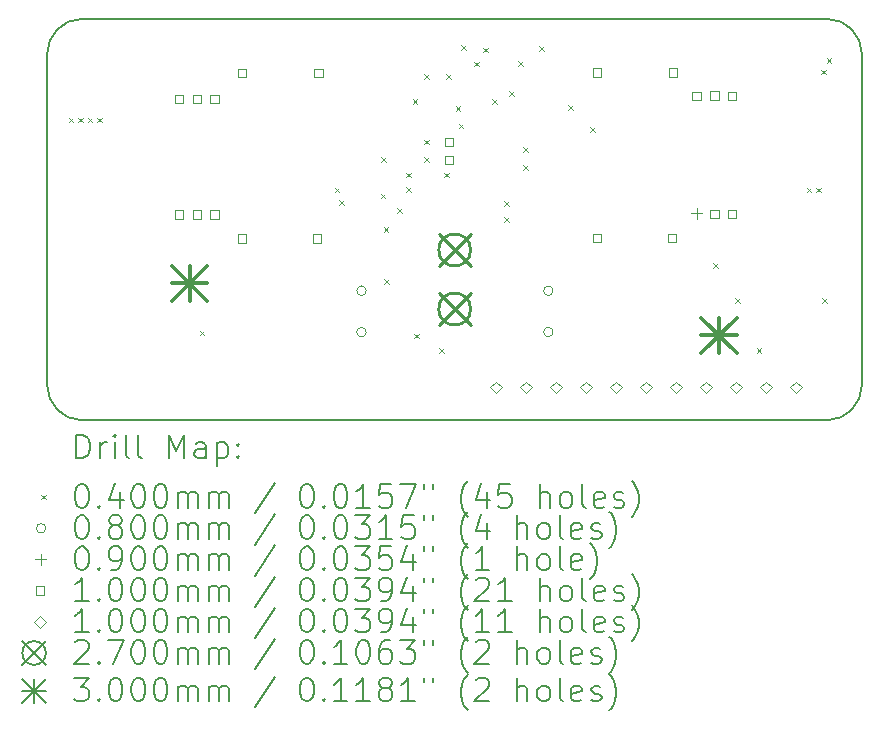
<source format=gbr>
%FSLAX45Y45*%
G04 Gerber Fmt 4.5, Leading zero omitted, Abs format (unit mm)*
G04 Created by KiCad (PCBNEW (6.0.0-0)) date 2022-03-27 14:29:01*
%MOMM*%
%LPD*%
G01*
G04 APERTURE LIST*
%TA.AperFunction,Profile*%
%ADD10C,0.200000*%
%TD*%
%ADD11C,0.200000*%
%ADD12C,0.040000*%
%ADD13C,0.080000*%
%ADD14C,0.090000*%
%ADD15C,0.100000*%
%ADD16C,0.270000*%
%ADD17C,0.300000*%
G04 APERTURE END LIST*
D10*
X19598640Y-9598200D02*
X19598640Y-12398200D01*
X12698640Y-12398200D02*
X12698640Y-9598200D01*
X12998640Y-9298200D02*
X19298640Y-9298200D01*
X19598640Y-9598200D02*
G75*
G03*
X19298640Y-9298200I-300000J0D01*
G01*
X12998640Y-9298200D02*
G75*
G03*
X12698640Y-9598200I0J-300000D01*
G01*
X19298640Y-12698200D02*
G75*
G03*
X19598640Y-12398200I0J300000D01*
G01*
X12698640Y-12398200D02*
G75*
G03*
X12998640Y-12698200I300000J0D01*
G01*
X19298640Y-12698200D02*
X12998640Y-12698200D01*
D11*
D12*
X12880660Y-10134920D02*
X12920660Y-10174920D01*
X12920660Y-10134920D02*
X12880660Y-10174920D01*
X12961160Y-10135700D02*
X13001160Y-10175700D01*
X13001160Y-10135700D02*
X12961160Y-10175700D01*
X13042440Y-10135700D02*
X13082440Y-10175700D01*
X13082440Y-10135700D02*
X13042440Y-10175700D01*
X13121180Y-10135700D02*
X13161180Y-10175700D01*
X13161180Y-10135700D02*
X13121180Y-10175700D01*
X13990640Y-11938320D02*
X14030640Y-11978320D01*
X14030640Y-11938320D02*
X13990640Y-11978320D01*
X15133640Y-10729280D02*
X15173640Y-10769280D01*
X15173640Y-10729280D02*
X15133640Y-10769280D01*
X15170083Y-10836779D02*
X15210083Y-10876779D01*
X15210083Y-10836779D02*
X15170083Y-10876779D01*
X15522260Y-10780080D02*
X15562260Y-10820080D01*
X15562260Y-10780080D02*
X15522260Y-10820080D01*
X15526416Y-10471524D02*
X15566416Y-10511524D01*
X15566416Y-10471524D02*
X15526416Y-10511524D01*
X15549289Y-11062931D02*
X15589289Y-11102931D01*
X15589289Y-11062931D02*
X15549289Y-11102931D01*
X15550200Y-11501440D02*
X15590200Y-11541440D01*
X15590200Y-11501440D02*
X15550200Y-11541440D01*
X15664500Y-10899460D02*
X15704500Y-10939460D01*
X15704500Y-10899460D02*
X15664500Y-10939460D01*
X15736590Y-10724200D02*
X15776590Y-10764200D01*
X15776590Y-10724200D02*
X15736590Y-10764200D01*
X15740700Y-10602280D02*
X15780700Y-10642280D01*
X15780700Y-10602280D02*
X15740700Y-10642280D01*
X15795140Y-9980000D02*
X15835140Y-10020000D01*
X15835140Y-9980000D02*
X15795140Y-10020000D01*
X15809280Y-11963720D02*
X15849280Y-12003720D01*
X15849280Y-11963720D02*
X15809280Y-12003720D01*
X15890560Y-10322880D02*
X15930560Y-10362880D01*
X15930560Y-10322880D02*
X15890560Y-10362880D01*
X15890560Y-10472740D02*
X15930560Y-10512740D01*
X15930560Y-10472740D02*
X15890560Y-10512740D01*
X15892040Y-9767500D02*
X15932040Y-9807500D01*
X15932040Y-9767500D02*
X15892040Y-9807500D01*
X16017560Y-12085640D02*
X16057560Y-12125640D01*
X16057560Y-12085640D02*
X16017560Y-12125640D01*
X16058200Y-10602280D02*
X16098200Y-10642280D01*
X16098200Y-10602280D02*
X16058200Y-10642280D01*
X16079410Y-9767355D02*
X16119410Y-9807355D01*
X16119410Y-9767355D02*
X16079410Y-9807355D01*
X16158110Y-10036290D02*
X16198110Y-10076290D01*
X16198110Y-10036290D02*
X16158110Y-10076290D01*
X16182660Y-10185720D02*
X16222660Y-10225720D01*
X16222660Y-10185720D02*
X16182660Y-10225720D01*
X16205940Y-9519999D02*
X16245940Y-9559999D01*
X16245940Y-9519999D02*
X16205940Y-9559999D01*
X16317700Y-9662480D02*
X16357700Y-9702480D01*
X16357700Y-9662480D02*
X16317700Y-9702480D01*
X16388649Y-9543569D02*
X16428649Y-9583569D01*
X16428649Y-9543569D02*
X16388649Y-9583569D01*
X16467540Y-9980000D02*
X16507540Y-10020000D01*
X16507540Y-9980000D02*
X16467540Y-10020000D01*
X16567540Y-10840000D02*
X16607540Y-10880000D01*
X16607540Y-10840000D02*
X16567540Y-10880000D01*
X16568540Y-10979000D02*
X16608540Y-11019000D01*
X16608540Y-10979000D02*
X16568540Y-11019000D01*
X16612340Y-9911400D02*
X16652340Y-9951400D01*
X16652340Y-9911400D02*
X16612340Y-9951400D01*
X16688540Y-9657400D02*
X16728540Y-9697400D01*
X16728540Y-9657400D02*
X16688540Y-9697400D01*
X16727963Y-10382624D02*
X16767963Y-10422624D01*
X16767963Y-10382624D02*
X16727963Y-10422624D01*
X16729804Y-10535024D02*
X16769804Y-10575024D01*
X16769804Y-10535024D02*
X16729804Y-10575024D01*
X16866340Y-9530400D02*
X16906340Y-9570400D01*
X16906340Y-9530400D02*
X16866340Y-9570400D01*
X17108540Y-10032640D02*
X17148540Y-10072640D01*
X17148540Y-10032640D02*
X17108540Y-10072640D01*
X17299588Y-10217648D02*
X17339588Y-10257648D01*
X17339588Y-10217648D02*
X17299588Y-10257648D01*
X18336458Y-11366320D02*
X18376458Y-11406320D01*
X18376458Y-11366320D02*
X18336458Y-11406320D01*
X18522000Y-11664000D02*
X18562000Y-11704000D01*
X18562000Y-11664000D02*
X18522000Y-11704000D01*
X18707420Y-12085640D02*
X18747420Y-12125640D01*
X18747420Y-12085640D02*
X18707420Y-12125640D01*
X19129060Y-10729280D02*
X19169060Y-10769280D01*
X19169060Y-10729280D02*
X19129060Y-10769280D01*
X19210340Y-10729280D02*
X19250340Y-10769280D01*
X19250340Y-10729280D02*
X19210340Y-10769280D01*
X19252004Y-9730036D02*
X19292004Y-9770036D01*
X19292004Y-9730036D02*
X19252004Y-9770036D01*
X19263680Y-11664000D02*
X19303680Y-11704000D01*
X19303680Y-11664000D02*
X19263680Y-11704000D01*
X19300187Y-9633481D02*
X19340187Y-9673481D01*
X19340187Y-9633481D02*
X19300187Y-9673481D01*
D13*
X15400942Y-11600865D02*
G75*
G03*
X15400942Y-11600865I-40000J0D01*
G01*
X15400942Y-11950865D02*
G75*
G03*
X15400942Y-11950865I-40000J0D01*
G01*
X16983100Y-11600865D02*
G75*
G03*
X16983100Y-11600865I-40000J0D01*
G01*
X16983100Y-11950865D02*
G75*
G03*
X16983100Y-11950865I-40000J0D01*
G01*
D14*
X18197500Y-10902220D02*
X18197500Y-10992220D01*
X18152500Y-10947220D02*
X18242500Y-10947220D01*
D15*
X13851956Y-10012096D02*
X13851956Y-9941384D01*
X13781244Y-9941384D01*
X13781244Y-10012096D01*
X13851956Y-10012096D01*
X13851956Y-10990076D02*
X13851956Y-10919364D01*
X13781244Y-10919364D01*
X13781244Y-10990076D01*
X13851956Y-10990076D01*
X14001956Y-10012096D02*
X14001956Y-9941384D01*
X13931244Y-9941384D01*
X13931244Y-10012096D01*
X14001956Y-10012096D01*
X14001956Y-10990076D02*
X14001956Y-10919364D01*
X13931244Y-10919364D01*
X13931244Y-10990076D01*
X14001956Y-10990076D01*
X14151956Y-10012096D02*
X14151956Y-9941384D01*
X14081244Y-9941384D01*
X14081244Y-10012096D01*
X14151956Y-10012096D01*
X14151956Y-10990076D02*
X14151956Y-10919364D01*
X14081244Y-10919364D01*
X14081244Y-10990076D01*
X14151956Y-10990076D01*
X14385845Y-9793526D02*
X14385845Y-9722814D01*
X14315134Y-9722814D01*
X14315134Y-9793526D01*
X14385845Y-9793526D01*
X14385845Y-11195605D02*
X14385845Y-11124894D01*
X14315134Y-11124894D01*
X14315134Y-11195605D01*
X14385845Y-11195605D01*
X15021562Y-11193782D02*
X15021562Y-11123071D01*
X14950851Y-11123071D01*
X14950851Y-11193782D01*
X15021562Y-11193782D01*
X15031516Y-9794036D02*
X15031516Y-9723324D01*
X14960804Y-9723324D01*
X14960804Y-9794036D01*
X15031516Y-9794036D01*
X16138956Y-10378236D02*
X16138956Y-10307524D01*
X16068244Y-10307524D01*
X16068244Y-10378236D01*
X16138956Y-10378236D01*
X16138956Y-10528096D02*
X16138956Y-10457384D01*
X16068244Y-10457384D01*
X16068244Y-10528096D01*
X16138956Y-10528096D01*
X17390696Y-9787739D02*
X17390696Y-9717028D01*
X17319984Y-9717028D01*
X17319984Y-9787739D01*
X17390696Y-9787739D01*
X17390696Y-11189819D02*
X17390696Y-11119108D01*
X17319984Y-11119108D01*
X17319984Y-11189819D01*
X17390696Y-11189819D01*
X18026412Y-11187996D02*
X18026412Y-11117284D01*
X17955701Y-11117284D01*
X17955701Y-11187996D01*
X18026412Y-11187996D01*
X18036366Y-9788249D02*
X18036366Y-9717538D01*
X17965655Y-9717538D01*
X17965655Y-9788249D01*
X18036366Y-9788249D01*
X18232856Y-9985076D02*
X18232856Y-9914364D01*
X18162144Y-9914364D01*
X18162144Y-9985076D01*
X18232856Y-9985076D01*
X18384116Y-9984936D02*
X18384116Y-9914224D01*
X18313404Y-9914224D01*
X18313404Y-9984936D01*
X18384116Y-9984936D01*
X18384116Y-10984936D02*
X18384116Y-10914224D01*
X18313404Y-10914224D01*
X18313404Y-10984936D01*
X18384116Y-10984936D01*
X18535356Y-9985076D02*
X18535356Y-9914364D01*
X18464644Y-9914364D01*
X18464644Y-9985076D01*
X18535356Y-9985076D01*
X18535356Y-10985076D02*
X18535356Y-10914364D01*
X18464644Y-10914364D01*
X18464644Y-10985076D01*
X18535356Y-10985076D01*
X16503020Y-12470000D02*
X16553020Y-12420000D01*
X16503020Y-12370000D01*
X16453020Y-12420000D01*
X16503020Y-12470000D01*
X16757020Y-12470000D02*
X16807020Y-12420000D01*
X16757020Y-12370000D01*
X16707020Y-12420000D01*
X16757020Y-12470000D01*
X17011020Y-12470000D02*
X17061020Y-12420000D01*
X17011020Y-12370000D01*
X16961020Y-12420000D01*
X17011020Y-12470000D01*
X17265020Y-12470000D02*
X17315020Y-12420000D01*
X17265020Y-12370000D01*
X17215020Y-12420000D01*
X17265020Y-12470000D01*
X17519020Y-12470000D02*
X17569020Y-12420000D01*
X17519020Y-12370000D01*
X17469020Y-12420000D01*
X17519020Y-12470000D01*
X17773020Y-12470000D02*
X17823020Y-12420000D01*
X17773020Y-12370000D01*
X17723020Y-12420000D01*
X17773020Y-12470000D01*
X18027020Y-12470000D02*
X18077020Y-12420000D01*
X18027020Y-12370000D01*
X17977020Y-12420000D01*
X18027020Y-12470000D01*
X18281020Y-12470000D02*
X18331020Y-12420000D01*
X18281020Y-12370000D01*
X18231020Y-12420000D01*
X18281020Y-12470000D01*
X18535020Y-12470000D02*
X18585020Y-12420000D01*
X18535020Y-12370000D01*
X18485020Y-12420000D01*
X18535020Y-12470000D01*
X18789020Y-12470000D02*
X18839020Y-12420000D01*
X18789020Y-12370000D01*
X18739020Y-12420000D01*
X18789020Y-12470000D01*
X19043020Y-12470000D02*
X19093020Y-12420000D01*
X19043020Y-12370000D01*
X18993020Y-12420000D01*
X19043020Y-12470000D01*
D16*
X16014740Y-11121200D02*
X16284740Y-11391200D01*
X16284740Y-11121200D02*
X16014740Y-11391200D01*
X16284740Y-11256200D02*
G75*
G03*
X16284740Y-11256200I-135000J0D01*
G01*
X16014740Y-11621200D02*
X16284740Y-11891200D01*
X16284740Y-11621200D02*
X16014740Y-11891200D01*
X16284740Y-11756200D02*
G75*
G03*
X16284740Y-11756200I-135000J0D01*
G01*
D17*
X13755140Y-11387723D02*
X14055140Y-11687723D01*
X14055140Y-11387723D02*
X13755140Y-11687723D01*
X13905140Y-11387723D02*
X13905140Y-11687723D01*
X13755140Y-11537723D02*
X14055140Y-11537723D01*
X18237540Y-11830000D02*
X18537540Y-12130000D01*
X18537540Y-11830000D02*
X18237540Y-12130000D01*
X18387540Y-11830000D02*
X18387540Y-12130000D01*
X18237540Y-11980000D02*
X18537540Y-11980000D01*
D11*
X12946259Y-13018676D02*
X12946259Y-12818676D01*
X12993878Y-12818676D01*
X13022449Y-12828200D01*
X13041497Y-12847248D01*
X13051021Y-12866295D01*
X13060545Y-12904390D01*
X13060545Y-12932962D01*
X13051021Y-12971057D01*
X13041497Y-12990105D01*
X13022449Y-13009152D01*
X12993878Y-13018676D01*
X12946259Y-13018676D01*
X13146259Y-13018676D02*
X13146259Y-12885343D01*
X13146259Y-12923438D02*
X13155783Y-12904390D01*
X13165307Y-12894867D01*
X13184354Y-12885343D01*
X13203402Y-12885343D01*
X13270068Y-13018676D02*
X13270068Y-12885343D01*
X13270068Y-12818676D02*
X13260545Y-12828200D01*
X13270068Y-12837724D01*
X13279592Y-12828200D01*
X13270068Y-12818676D01*
X13270068Y-12837724D01*
X13393878Y-13018676D02*
X13374830Y-13009152D01*
X13365307Y-12990105D01*
X13365307Y-12818676D01*
X13498640Y-13018676D02*
X13479592Y-13009152D01*
X13470068Y-12990105D01*
X13470068Y-12818676D01*
X13727211Y-13018676D02*
X13727211Y-12818676D01*
X13793878Y-12961533D01*
X13860545Y-12818676D01*
X13860545Y-13018676D01*
X14041497Y-13018676D02*
X14041497Y-12913914D01*
X14031973Y-12894867D01*
X14012926Y-12885343D01*
X13974830Y-12885343D01*
X13955783Y-12894867D01*
X14041497Y-13009152D02*
X14022449Y-13018676D01*
X13974830Y-13018676D01*
X13955783Y-13009152D01*
X13946259Y-12990105D01*
X13946259Y-12971057D01*
X13955783Y-12952009D01*
X13974830Y-12942486D01*
X14022449Y-12942486D01*
X14041497Y-12932962D01*
X14136735Y-12885343D02*
X14136735Y-13085343D01*
X14136735Y-12894867D02*
X14155783Y-12885343D01*
X14193878Y-12885343D01*
X14212926Y-12894867D01*
X14222449Y-12904390D01*
X14231973Y-12923438D01*
X14231973Y-12980581D01*
X14222449Y-12999628D01*
X14212926Y-13009152D01*
X14193878Y-13018676D01*
X14155783Y-13018676D01*
X14136735Y-13009152D01*
X14317688Y-12999628D02*
X14327211Y-13009152D01*
X14317688Y-13018676D01*
X14308164Y-13009152D01*
X14317688Y-12999628D01*
X14317688Y-13018676D01*
X14317688Y-12894867D02*
X14327211Y-12904390D01*
X14317688Y-12913914D01*
X14308164Y-12904390D01*
X14317688Y-12894867D01*
X14317688Y-12913914D01*
D12*
X12648640Y-13328200D02*
X12688640Y-13368200D01*
X12688640Y-13328200D02*
X12648640Y-13368200D01*
D11*
X12984354Y-13238676D02*
X13003402Y-13238676D01*
X13022449Y-13248200D01*
X13031973Y-13257724D01*
X13041497Y-13276771D01*
X13051021Y-13314867D01*
X13051021Y-13362486D01*
X13041497Y-13400581D01*
X13031973Y-13419628D01*
X13022449Y-13429152D01*
X13003402Y-13438676D01*
X12984354Y-13438676D01*
X12965307Y-13429152D01*
X12955783Y-13419628D01*
X12946259Y-13400581D01*
X12936735Y-13362486D01*
X12936735Y-13314867D01*
X12946259Y-13276771D01*
X12955783Y-13257724D01*
X12965307Y-13248200D01*
X12984354Y-13238676D01*
X13136735Y-13419628D02*
X13146259Y-13429152D01*
X13136735Y-13438676D01*
X13127211Y-13429152D01*
X13136735Y-13419628D01*
X13136735Y-13438676D01*
X13317688Y-13305343D02*
X13317688Y-13438676D01*
X13270068Y-13229152D02*
X13222449Y-13372009D01*
X13346259Y-13372009D01*
X13460545Y-13238676D02*
X13479592Y-13238676D01*
X13498640Y-13248200D01*
X13508164Y-13257724D01*
X13517688Y-13276771D01*
X13527211Y-13314867D01*
X13527211Y-13362486D01*
X13517688Y-13400581D01*
X13508164Y-13419628D01*
X13498640Y-13429152D01*
X13479592Y-13438676D01*
X13460545Y-13438676D01*
X13441497Y-13429152D01*
X13431973Y-13419628D01*
X13422449Y-13400581D01*
X13412926Y-13362486D01*
X13412926Y-13314867D01*
X13422449Y-13276771D01*
X13431973Y-13257724D01*
X13441497Y-13248200D01*
X13460545Y-13238676D01*
X13651021Y-13238676D02*
X13670068Y-13238676D01*
X13689116Y-13248200D01*
X13698640Y-13257724D01*
X13708164Y-13276771D01*
X13717688Y-13314867D01*
X13717688Y-13362486D01*
X13708164Y-13400581D01*
X13698640Y-13419628D01*
X13689116Y-13429152D01*
X13670068Y-13438676D01*
X13651021Y-13438676D01*
X13631973Y-13429152D01*
X13622449Y-13419628D01*
X13612926Y-13400581D01*
X13603402Y-13362486D01*
X13603402Y-13314867D01*
X13612926Y-13276771D01*
X13622449Y-13257724D01*
X13631973Y-13248200D01*
X13651021Y-13238676D01*
X13803402Y-13438676D02*
X13803402Y-13305343D01*
X13803402Y-13324390D02*
X13812926Y-13314867D01*
X13831973Y-13305343D01*
X13860545Y-13305343D01*
X13879592Y-13314867D01*
X13889116Y-13333914D01*
X13889116Y-13438676D01*
X13889116Y-13333914D02*
X13898640Y-13314867D01*
X13917688Y-13305343D01*
X13946259Y-13305343D01*
X13965307Y-13314867D01*
X13974830Y-13333914D01*
X13974830Y-13438676D01*
X14070068Y-13438676D02*
X14070068Y-13305343D01*
X14070068Y-13324390D02*
X14079592Y-13314867D01*
X14098640Y-13305343D01*
X14127211Y-13305343D01*
X14146259Y-13314867D01*
X14155783Y-13333914D01*
X14155783Y-13438676D01*
X14155783Y-13333914D02*
X14165307Y-13314867D01*
X14184354Y-13305343D01*
X14212926Y-13305343D01*
X14231973Y-13314867D01*
X14241497Y-13333914D01*
X14241497Y-13438676D01*
X14631973Y-13229152D02*
X14460545Y-13486295D01*
X14889116Y-13238676D02*
X14908164Y-13238676D01*
X14927211Y-13248200D01*
X14936735Y-13257724D01*
X14946259Y-13276771D01*
X14955783Y-13314867D01*
X14955783Y-13362486D01*
X14946259Y-13400581D01*
X14936735Y-13419628D01*
X14927211Y-13429152D01*
X14908164Y-13438676D01*
X14889116Y-13438676D01*
X14870068Y-13429152D01*
X14860545Y-13419628D01*
X14851021Y-13400581D01*
X14841497Y-13362486D01*
X14841497Y-13314867D01*
X14851021Y-13276771D01*
X14860545Y-13257724D01*
X14870068Y-13248200D01*
X14889116Y-13238676D01*
X15041497Y-13419628D02*
X15051021Y-13429152D01*
X15041497Y-13438676D01*
X15031973Y-13429152D01*
X15041497Y-13419628D01*
X15041497Y-13438676D01*
X15174830Y-13238676D02*
X15193878Y-13238676D01*
X15212926Y-13248200D01*
X15222449Y-13257724D01*
X15231973Y-13276771D01*
X15241497Y-13314867D01*
X15241497Y-13362486D01*
X15231973Y-13400581D01*
X15222449Y-13419628D01*
X15212926Y-13429152D01*
X15193878Y-13438676D01*
X15174830Y-13438676D01*
X15155783Y-13429152D01*
X15146259Y-13419628D01*
X15136735Y-13400581D01*
X15127211Y-13362486D01*
X15127211Y-13314867D01*
X15136735Y-13276771D01*
X15146259Y-13257724D01*
X15155783Y-13248200D01*
X15174830Y-13238676D01*
X15431973Y-13438676D02*
X15317688Y-13438676D01*
X15374830Y-13438676D02*
X15374830Y-13238676D01*
X15355783Y-13267248D01*
X15336735Y-13286295D01*
X15317688Y-13295819D01*
X15612926Y-13238676D02*
X15517688Y-13238676D01*
X15508164Y-13333914D01*
X15517688Y-13324390D01*
X15536735Y-13314867D01*
X15584354Y-13314867D01*
X15603402Y-13324390D01*
X15612926Y-13333914D01*
X15622449Y-13352962D01*
X15622449Y-13400581D01*
X15612926Y-13419628D01*
X15603402Y-13429152D01*
X15584354Y-13438676D01*
X15536735Y-13438676D01*
X15517688Y-13429152D01*
X15508164Y-13419628D01*
X15689116Y-13238676D02*
X15822449Y-13238676D01*
X15736735Y-13438676D01*
X15889116Y-13238676D02*
X15889116Y-13276771D01*
X15965307Y-13238676D02*
X15965307Y-13276771D01*
X16260545Y-13514867D02*
X16251021Y-13505343D01*
X16231973Y-13476771D01*
X16222449Y-13457724D01*
X16212926Y-13429152D01*
X16203402Y-13381533D01*
X16203402Y-13343438D01*
X16212926Y-13295819D01*
X16222449Y-13267248D01*
X16231973Y-13248200D01*
X16251021Y-13219628D01*
X16260545Y-13210105D01*
X16422449Y-13305343D02*
X16422449Y-13438676D01*
X16374830Y-13229152D02*
X16327211Y-13372009D01*
X16451021Y-13372009D01*
X16622449Y-13238676D02*
X16527211Y-13238676D01*
X16517688Y-13333914D01*
X16527211Y-13324390D01*
X16546259Y-13314867D01*
X16593878Y-13314867D01*
X16612926Y-13324390D01*
X16622449Y-13333914D01*
X16631973Y-13352962D01*
X16631973Y-13400581D01*
X16622449Y-13419628D01*
X16612926Y-13429152D01*
X16593878Y-13438676D01*
X16546259Y-13438676D01*
X16527211Y-13429152D01*
X16517688Y-13419628D01*
X16870069Y-13438676D02*
X16870069Y-13238676D01*
X16955783Y-13438676D02*
X16955783Y-13333914D01*
X16946259Y-13314867D01*
X16927211Y-13305343D01*
X16898640Y-13305343D01*
X16879592Y-13314867D01*
X16870069Y-13324390D01*
X17079592Y-13438676D02*
X17060545Y-13429152D01*
X17051021Y-13419628D01*
X17041497Y-13400581D01*
X17041497Y-13343438D01*
X17051021Y-13324390D01*
X17060545Y-13314867D01*
X17079592Y-13305343D01*
X17108164Y-13305343D01*
X17127211Y-13314867D01*
X17136735Y-13324390D01*
X17146259Y-13343438D01*
X17146259Y-13400581D01*
X17136735Y-13419628D01*
X17127211Y-13429152D01*
X17108164Y-13438676D01*
X17079592Y-13438676D01*
X17260545Y-13438676D02*
X17241497Y-13429152D01*
X17231973Y-13410105D01*
X17231973Y-13238676D01*
X17412926Y-13429152D02*
X17393878Y-13438676D01*
X17355783Y-13438676D01*
X17336735Y-13429152D01*
X17327211Y-13410105D01*
X17327211Y-13333914D01*
X17336735Y-13314867D01*
X17355783Y-13305343D01*
X17393878Y-13305343D01*
X17412926Y-13314867D01*
X17422450Y-13333914D01*
X17422450Y-13352962D01*
X17327211Y-13372009D01*
X17498640Y-13429152D02*
X17517688Y-13438676D01*
X17555783Y-13438676D01*
X17574830Y-13429152D01*
X17584354Y-13410105D01*
X17584354Y-13400581D01*
X17574830Y-13381533D01*
X17555783Y-13372009D01*
X17527211Y-13372009D01*
X17508164Y-13362486D01*
X17498640Y-13343438D01*
X17498640Y-13333914D01*
X17508164Y-13314867D01*
X17527211Y-13305343D01*
X17555783Y-13305343D01*
X17574830Y-13314867D01*
X17651021Y-13514867D02*
X17660545Y-13505343D01*
X17679592Y-13476771D01*
X17689116Y-13457724D01*
X17698640Y-13429152D01*
X17708164Y-13381533D01*
X17708164Y-13343438D01*
X17698640Y-13295819D01*
X17689116Y-13267248D01*
X17679592Y-13248200D01*
X17660545Y-13219628D01*
X17651021Y-13210105D01*
D13*
X12688640Y-13612200D02*
G75*
G03*
X12688640Y-13612200I-40000J0D01*
G01*
D11*
X12984354Y-13502676D02*
X13003402Y-13502676D01*
X13022449Y-13512200D01*
X13031973Y-13521724D01*
X13041497Y-13540771D01*
X13051021Y-13578867D01*
X13051021Y-13626486D01*
X13041497Y-13664581D01*
X13031973Y-13683628D01*
X13022449Y-13693152D01*
X13003402Y-13702676D01*
X12984354Y-13702676D01*
X12965307Y-13693152D01*
X12955783Y-13683628D01*
X12946259Y-13664581D01*
X12936735Y-13626486D01*
X12936735Y-13578867D01*
X12946259Y-13540771D01*
X12955783Y-13521724D01*
X12965307Y-13512200D01*
X12984354Y-13502676D01*
X13136735Y-13683628D02*
X13146259Y-13693152D01*
X13136735Y-13702676D01*
X13127211Y-13693152D01*
X13136735Y-13683628D01*
X13136735Y-13702676D01*
X13260545Y-13588390D02*
X13241497Y-13578867D01*
X13231973Y-13569343D01*
X13222449Y-13550295D01*
X13222449Y-13540771D01*
X13231973Y-13521724D01*
X13241497Y-13512200D01*
X13260545Y-13502676D01*
X13298640Y-13502676D01*
X13317688Y-13512200D01*
X13327211Y-13521724D01*
X13336735Y-13540771D01*
X13336735Y-13550295D01*
X13327211Y-13569343D01*
X13317688Y-13578867D01*
X13298640Y-13588390D01*
X13260545Y-13588390D01*
X13241497Y-13597914D01*
X13231973Y-13607438D01*
X13222449Y-13626486D01*
X13222449Y-13664581D01*
X13231973Y-13683628D01*
X13241497Y-13693152D01*
X13260545Y-13702676D01*
X13298640Y-13702676D01*
X13317688Y-13693152D01*
X13327211Y-13683628D01*
X13336735Y-13664581D01*
X13336735Y-13626486D01*
X13327211Y-13607438D01*
X13317688Y-13597914D01*
X13298640Y-13588390D01*
X13460545Y-13502676D02*
X13479592Y-13502676D01*
X13498640Y-13512200D01*
X13508164Y-13521724D01*
X13517688Y-13540771D01*
X13527211Y-13578867D01*
X13527211Y-13626486D01*
X13517688Y-13664581D01*
X13508164Y-13683628D01*
X13498640Y-13693152D01*
X13479592Y-13702676D01*
X13460545Y-13702676D01*
X13441497Y-13693152D01*
X13431973Y-13683628D01*
X13422449Y-13664581D01*
X13412926Y-13626486D01*
X13412926Y-13578867D01*
X13422449Y-13540771D01*
X13431973Y-13521724D01*
X13441497Y-13512200D01*
X13460545Y-13502676D01*
X13651021Y-13502676D02*
X13670068Y-13502676D01*
X13689116Y-13512200D01*
X13698640Y-13521724D01*
X13708164Y-13540771D01*
X13717688Y-13578867D01*
X13717688Y-13626486D01*
X13708164Y-13664581D01*
X13698640Y-13683628D01*
X13689116Y-13693152D01*
X13670068Y-13702676D01*
X13651021Y-13702676D01*
X13631973Y-13693152D01*
X13622449Y-13683628D01*
X13612926Y-13664581D01*
X13603402Y-13626486D01*
X13603402Y-13578867D01*
X13612926Y-13540771D01*
X13622449Y-13521724D01*
X13631973Y-13512200D01*
X13651021Y-13502676D01*
X13803402Y-13702676D02*
X13803402Y-13569343D01*
X13803402Y-13588390D02*
X13812926Y-13578867D01*
X13831973Y-13569343D01*
X13860545Y-13569343D01*
X13879592Y-13578867D01*
X13889116Y-13597914D01*
X13889116Y-13702676D01*
X13889116Y-13597914D02*
X13898640Y-13578867D01*
X13917688Y-13569343D01*
X13946259Y-13569343D01*
X13965307Y-13578867D01*
X13974830Y-13597914D01*
X13974830Y-13702676D01*
X14070068Y-13702676D02*
X14070068Y-13569343D01*
X14070068Y-13588390D02*
X14079592Y-13578867D01*
X14098640Y-13569343D01*
X14127211Y-13569343D01*
X14146259Y-13578867D01*
X14155783Y-13597914D01*
X14155783Y-13702676D01*
X14155783Y-13597914D02*
X14165307Y-13578867D01*
X14184354Y-13569343D01*
X14212926Y-13569343D01*
X14231973Y-13578867D01*
X14241497Y-13597914D01*
X14241497Y-13702676D01*
X14631973Y-13493152D02*
X14460545Y-13750295D01*
X14889116Y-13502676D02*
X14908164Y-13502676D01*
X14927211Y-13512200D01*
X14936735Y-13521724D01*
X14946259Y-13540771D01*
X14955783Y-13578867D01*
X14955783Y-13626486D01*
X14946259Y-13664581D01*
X14936735Y-13683628D01*
X14927211Y-13693152D01*
X14908164Y-13702676D01*
X14889116Y-13702676D01*
X14870068Y-13693152D01*
X14860545Y-13683628D01*
X14851021Y-13664581D01*
X14841497Y-13626486D01*
X14841497Y-13578867D01*
X14851021Y-13540771D01*
X14860545Y-13521724D01*
X14870068Y-13512200D01*
X14889116Y-13502676D01*
X15041497Y-13683628D02*
X15051021Y-13693152D01*
X15041497Y-13702676D01*
X15031973Y-13693152D01*
X15041497Y-13683628D01*
X15041497Y-13702676D01*
X15174830Y-13502676D02*
X15193878Y-13502676D01*
X15212926Y-13512200D01*
X15222449Y-13521724D01*
X15231973Y-13540771D01*
X15241497Y-13578867D01*
X15241497Y-13626486D01*
X15231973Y-13664581D01*
X15222449Y-13683628D01*
X15212926Y-13693152D01*
X15193878Y-13702676D01*
X15174830Y-13702676D01*
X15155783Y-13693152D01*
X15146259Y-13683628D01*
X15136735Y-13664581D01*
X15127211Y-13626486D01*
X15127211Y-13578867D01*
X15136735Y-13540771D01*
X15146259Y-13521724D01*
X15155783Y-13512200D01*
X15174830Y-13502676D01*
X15308164Y-13502676D02*
X15431973Y-13502676D01*
X15365307Y-13578867D01*
X15393878Y-13578867D01*
X15412926Y-13588390D01*
X15422449Y-13597914D01*
X15431973Y-13616962D01*
X15431973Y-13664581D01*
X15422449Y-13683628D01*
X15412926Y-13693152D01*
X15393878Y-13702676D01*
X15336735Y-13702676D01*
X15317688Y-13693152D01*
X15308164Y-13683628D01*
X15622449Y-13702676D02*
X15508164Y-13702676D01*
X15565307Y-13702676D02*
X15565307Y-13502676D01*
X15546259Y-13531248D01*
X15527211Y-13550295D01*
X15508164Y-13559819D01*
X15803402Y-13502676D02*
X15708164Y-13502676D01*
X15698640Y-13597914D01*
X15708164Y-13588390D01*
X15727211Y-13578867D01*
X15774830Y-13578867D01*
X15793878Y-13588390D01*
X15803402Y-13597914D01*
X15812926Y-13616962D01*
X15812926Y-13664581D01*
X15803402Y-13683628D01*
X15793878Y-13693152D01*
X15774830Y-13702676D01*
X15727211Y-13702676D01*
X15708164Y-13693152D01*
X15698640Y-13683628D01*
X15889116Y-13502676D02*
X15889116Y-13540771D01*
X15965307Y-13502676D02*
X15965307Y-13540771D01*
X16260545Y-13778867D02*
X16251021Y-13769343D01*
X16231973Y-13740771D01*
X16222449Y-13721724D01*
X16212926Y-13693152D01*
X16203402Y-13645533D01*
X16203402Y-13607438D01*
X16212926Y-13559819D01*
X16222449Y-13531248D01*
X16231973Y-13512200D01*
X16251021Y-13483628D01*
X16260545Y-13474105D01*
X16422449Y-13569343D02*
X16422449Y-13702676D01*
X16374830Y-13493152D02*
X16327211Y-13636009D01*
X16451021Y-13636009D01*
X16679592Y-13702676D02*
X16679592Y-13502676D01*
X16765307Y-13702676D02*
X16765307Y-13597914D01*
X16755783Y-13578867D01*
X16736735Y-13569343D01*
X16708164Y-13569343D01*
X16689116Y-13578867D01*
X16679592Y-13588390D01*
X16889116Y-13702676D02*
X16870069Y-13693152D01*
X16860545Y-13683628D01*
X16851021Y-13664581D01*
X16851021Y-13607438D01*
X16860545Y-13588390D01*
X16870069Y-13578867D01*
X16889116Y-13569343D01*
X16917688Y-13569343D01*
X16936735Y-13578867D01*
X16946259Y-13588390D01*
X16955783Y-13607438D01*
X16955783Y-13664581D01*
X16946259Y-13683628D01*
X16936735Y-13693152D01*
X16917688Y-13702676D01*
X16889116Y-13702676D01*
X17070069Y-13702676D02*
X17051021Y-13693152D01*
X17041497Y-13674105D01*
X17041497Y-13502676D01*
X17222450Y-13693152D02*
X17203402Y-13702676D01*
X17165307Y-13702676D01*
X17146259Y-13693152D01*
X17136735Y-13674105D01*
X17136735Y-13597914D01*
X17146259Y-13578867D01*
X17165307Y-13569343D01*
X17203402Y-13569343D01*
X17222450Y-13578867D01*
X17231973Y-13597914D01*
X17231973Y-13616962D01*
X17136735Y-13636009D01*
X17308164Y-13693152D02*
X17327211Y-13702676D01*
X17365307Y-13702676D01*
X17384354Y-13693152D01*
X17393878Y-13674105D01*
X17393878Y-13664581D01*
X17384354Y-13645533D01*
X17365307Y-13636009D01*
X17336735Y-13636009D01*
X17317688Y-13626486D01*
X17308164Y-13607438D01*
X17308164Y-13597914D01*
X17317688Y-13578867D01*
X17336735Y-13569343D01*
X17365307Y-13569343D01*
X17384354Y-13578867D01*
X17460545Y-13778867D02*
X17470069Y-13769343D01*
X17489116Y-13740771D01*
X17498640Y-13721724D01*
X17508164Y-13693152D01*
X17517688Y-13645533D01*
X17517688Y-13607438D01*
X17508164Y-13559819D01*
X17498640Y-13531248D01*
X17489116Y-13512200D01*
X17470069Y-13483628D01*
X17460545Y-13474105D01*
D14*
X12643640Y-13831200D02*
X12643640Y-13921200D01*
X12598640Y-13876200D02*
X12688640Y-13876200D01*
D11*
X12984354Y-13766676D02*
X13003402Y-13766676D01*
X13022449Y-13776200D01*
X13031973Y-13785724D01*
X13041497Y-13804771D01*
X13051021Y-13842867D01*
X13051021Y-13890486D01*
X13041497Y-13928581D01*
X13031973Y-13947628D01*
X13022449Y-13957152D01*
X13003402Y-13966676D01*
X12984354Y-13966676D01*
X12965307Y-13957152D01*
X12955783Y-13947628D01*
X12946259Y-13928581D01*
X12936735Y-13890486D01*
X12936735Y-13842867D01*
X12946259Y-13804771D01*
X12955783Y-13785724D01*
X12965307Y-13776200D01*
X12984354Y-13766676D01*
X13136735Y-13947628D02*
X13146259Y-13957152D01*
X13136735Y-13966676D01*
X13127211Y-13957152D01*
X13136735Y-13947628D01*
X13136735Y-13966676D01*
X13241497Y-13966676D02*
X13279592Y-13966676D01*
X13298640Y-13957152D01*
X13308164Y-13947628D01*
X13327211Y-13919057D01*
X13336735Y-13880962D01*
X13336735Y-13804771D01*
X13327211Y-13785724D01*
X13317688Y-13776200D01*
X13298640Y-13766676D01*
X13260545Y-13766676D01*
X13241497Y-13776200D01*
X13231973Y-13785724D01*
X13222449Y-13804771D01*
X13222449Y-13852390D01*
X13231973Y-13871438D01*
X13241497Y-13880962D01*
X13260545Y-13890486D01*
X13298640Y-13890486D01*
X13317688Y-13880962D01*
X13327211Y-13871438D01*
X13336735Y-13852390D01*
X13460545Y-13766676D02*
X13479592Y-13766676D01*
X13498640Y-13776200D01*
X13508164Y-13785724D01*
X13517688Y-13804771D01*
X13527211Y-13842867D01*
X13527211Y-13890486D01*
X13517688Y-13928581D01*
X13508164Y-13947628D01*
X13498640Y-13957152D01*
X13479592Y-13966676D01*
X13460545Y-13966676D01*
X13441497Y-13957152D01*
X13431973Y-13947628D01*
X13422449Y-13928581D01*
X13412926Y-13890486D01*
X13412926Y-13842867D01*
X13422449Y-13804771D01*
X13431973Y-13785724D01*
X13441497Y-13776200D01*
X13460545Y-13766676D01*
X13651021Y-13766676D02*
X13670068Y-13766676D01*
X13689116Y-13776200D01*
X13698640Y-13785724D01*
X13708164Y-13804771D01*
X13717688Y-13842867D01*
X13717688Y-13890486D01*
X13708164Y-13928581D01*
X13698640Y-13947628D01*
X13689116Y-13957152D01*
X13670068Y-13966676D01*
X13651021Y-13966676D01*
X13631973Y-13957152D01*
X13622449Y-13947628D01*
X13612926Y-13928581D01*
X13603402Y-13890486D01*
X13603402Y-13842867D01*
X13612926Y-13804771D01*
X13622449Y-13785724D01*
X13631973Y-13776200D01*
X13651021Y-13766676D01*
X13803402Y-13966676D02*
X13803402Y-13833343D01*
X13803402Y-13852390D02*
X13812926Y-13842867D01*
X13831973Y-13833343D01*
X13860545Y-13833343D01*
X13879592Y-13842867D01*
X13889116Y-13861914D01*
X13889116Y-13966676D01*
X13889116Y-13861914D02*
X13898640Y-13842867D01*
X13917688Y-13833343D01*
X13946259Y-13833343D01*
X13965307Y-13842867D01*
X13974830Y-13861914D01*
X13974830Y-13966676D01*
X14070068Y-13966676D02*
X14070068Y-13833343D01*
X14070068Y-13852390D02*
X14079592Y-13842867D01*
X14098640Y-13833343D01*
X14127211Y-13833343D01*
X14146259Y-13842867D01*
X14155783Y-13861914D01*
X14155783Y-13966676D01*
X14155783Y-13861914D02*
X14165307Y-13842867D01*
X14184354Y-13833343D01*
X14212926Y-13833343D01*
X14231973Y-13842867D01*
X14241497Y-13861914D01*
X14241497Y-13966676D01*
X14631973Y-13757152D02*
X14460545Y-14014295D01*
X14889116Y-13766676D02*
X14908164Y-13766676D01*
X14927211Y-13776200D01*
X14936735Y-13785724D01*
X14946259Y-13804771D01*
X14955783Y-13842867D01*
X14955783Y-13890486D01*
X14946259Y-13928581D01*
X14936735Y-13947628D01*
X14927211Y-13957152D01*
X14908164Y-13966676D01*
X14889116Y-13966676D01*
X14870068Y-13957152D01*
X14860545Y-13947628D01*
X14851021Y-13928581D01*
X14841497Y-13890486D01*
X14841497Y-13842867D01*
X14851021Y-13804771D01*
X14860545Y-13785724D01*
X14870068Y-13776200D01*
X14889116Y-13766676D01*
X15041497Y-13947628D02*
X15051021Y-13957152D01*
X15041497Y-13966676D01*
X15031973Y-13957152D01*
X15041497Y-13947628D01*
X15041497Y-13966676D01*
X15174830Y-13766676D02*
X15193878Y-13766676D01*
X15212926Y-13776200D01*
X15222449Y-13785724D01*
X15231973Y-13804771D01*
X15241497Y-13842867D01*
X15241497Y-13890486D01*
X15231973Y-13928581D01*
X15222449Y-13947628D01*
X15212926Y-13957152D01*
X15193878Y-13966676D01*
X15174830Y-13966676D01*
X15155783Y-13957152D01*
X15146259Y-13947628D01*
X15136735Y-13928581D01*
X15127211Y-13890486D01*
X15127211Y-13842867D01*
X15136735Y-13804771D01*
X15146259Y-13785724D01*
X15155783Y-13776200D01*
X15174830Y-13766676D01*
X15308164Y-13766676D02*
X15431973Y-13766676D01*
X15365307Y-13842867D01*
X15393878Y-13842867D01*
X15412926Y-13852390D01*
X15422449Y-13861914D01*
X15431973Y-13880962D01*
X15431973Y-13928581D01*
X15422449Y-13947628D01*
X15412926Y-13957152D01*
X15393878Y-13966676D01*
X15336735Y-13966676D01*
X15317688Y-13957152D01*
X15308164Y-13947628D01*
X15612926Y-13766676D02*
X15517688Y-13766676D01*
X15508164Y-13861914D01*
X15517688Y-13852390D01*
X15536735Y-13842867D01*
X15584354Y-13842867D01*
X15603402Y-13852390D01*
X15612926Y-13861914D01*
X15622449Y-13880962D01*
X15622449Y-13928581D01*
X15612926Y-13947628D01*
X15603402Y-13957152D01*
X15584354Y-13966676D01*
X15536735Y-13966676D01*
X15517688Y-13957152D01*
X15508164Y-13947628D01*
X15793878Y-13833343D02*
X15793878Y-13966676D01*
X15746259Y-13757152D02*
X15698640Y-13900009D01*
X15822449Y-13900009D01*
X15889116Y-13766676D02*
X15889116Y-13804771D01*
X15965307Y-13766676D02*
X15965307Y-13804771D01*
X16260545Y-14042867D02*
X16251021Y-14033343D01*
X16231973Y-14004771D01*
X16222449Y-13985724D01*
X16212926Y-13957152D01*
X16203402Y-13909533D01*
X16203402Y-13871438D01*
X16212926Y-13823819D01*
X16222449Y-13795248D01*
X16231973Y-13776200D01*
X16251021Y-13747628D01*
X16260545Y-13738105D01*
X16441497Y-13966676D02*
X16327211Y-13966676D01*
X16384354Y-13966676D02*
X16384354Y-13766676D01*
X16365307Y-13795248D01*
X16346259Y-13814295D01*
X16327211Y-13823819D01*
X16679592Y-13966676D02*
X16679592Y-13766676D01*
X16765307Y-13966676D02*
X16765307Y-13861914D01*
X16755783Y-13842867D01*
X16736735Y-13833343D01*
X16708164Y-13833343D01*
X16689116Y-13842867D01*
X16679592Y-13852390D01*
X16889116Y-13966676D02*
X16870069Y-13957152D01*
X16860545Y-13947628D01*
X16851021Y-13928581D01*
X16851021Y-13871438D01*
X16860545Y-13852390D01*
X16870069Y-13842867D01*
X16889116Y-13833343D01*
X16917688Y-13833343D01*
X16936735Y-13842867D01*
X16946259Y-13852390D01*
X16955783Y-13871438D01*
X16955783Y-13928581D01*
X16946259Y-13947628D01*
X16936735Y-13957152D01*
X16917688Y-13966676D01*
X16889116Y-13966676D01*
X17070069Y-13966676D02*
X17051021Y-13957152D01*
X17041497Y-13938105D01*
X17041497Y-13766676D01*
X17222450Y-13957152D02*
X17203402Y-13966676D01*
X17165307Y-13966676D01*
X17146259Y-13957152D01*
X17136735Y-13938105D01*
X17136735Y-13861914D01*
X17146259Y-13842867D01*
X17165307Y-13833343D01*
X17203402Y-13833343D01*
X17222450Y-13842867D01*
X17231973Y-13861914D01*
X17231973Y-13880962D01*
X17136735Y-13900009D01*
X17298640Y-14042867D02*
X17308164Y-14033343D01*
X17327211Y-14004771D01*
X17336735Y-13985724D01*
X17346259Y-13957152D01*
X17355783Y-13909533D01*
X17355783Y-13871438D01*
X17346259Y-13823819D01*
X17336735Y-13795248D01*
X17327211Y-13776200D01*
X17308164Y-13747628D01*
X17298640Y-13738105D01*
D15*
X12673996Y-14175556D02*
X12673996Y-14104844D01*
X12603284Y-14104844D01*
X12603284Y-14175556D01*
X12673996Y-14175556D01*
D11*
X13051021Y-14230676D02*
X12936735Y-14230676D01*
X12993878Y-14230676D02*
X12993878Y-14030676D01*
X12974830Y-14059248D01*
X12955783Y-14078295D01*
X12936735Y-14087819D01*
X13136735Y-14211628D02*
X13146259Y-14221152D01*
X13136735Y-14230676D01*
X13127211Y-14221152D01*
X13136735Y-14211628D01*
X13136735Y-14230676D01*
X13270068Y-14030676D02*
X13289116Y-14030676D01*
X13308164Y-14040200D01*
X13317688Y-14049724D01*
X13327211Y-14068771D01*
X13336735Y-14106867D01*
X13336735Y-14154486D01*
X13327211Y-14192581D01*
X13317688Y-14211628D01*
X13308164Y-14221152D01*
X13289116Y-14230676D01*
X13270068Y-14230676D01*
X13251021Y-14221152D01*
X13241497Y-14211628D01*
X13231973Y-14192581D01*
X13222449Y-14154486D01*
X13222449Y-14106867D01*
X13231973Y-14068771D01*
X13241497Y-14049724D01*
X13251021Y-14040200D01*
X13270068Y-14030676D01*
X13460545Y-14030676D02*
X13479592Y-14030676D01*
X13498640Y-14040200D01*
X13508164Y-14049724D01*
X13517688Y-14068771D01*
X13527211Y-14106867D01*
X13527211Y-14154486D01*
X13517688Y-14192581D01*
X13508164Y-14211628D01*
X13498640Y-14221152D01*
X13479592Y-14230676D01*
X13460545Y-14230676D01*
X13441497Y-14221152D01*
X13431973Y-14211628D01*
X13422449Y-14192581D01*
X13412926Y-14154486D01*
X13412926Y-14106867D01*
X13422449Y-14068771D01*
X13431973Y-14049724D01*
X13441497Y-14040200D01*
X13460545Y-14030676D01*
X13651021Y-14030676D02*
X13670068Y-14030676D01*
X13689116Y-14040200D01*
X13698640Y-14049724D01*
X13708164Y-14068771D01*
X13717688Y-14106867D01*
X13717688Y-14154486D01*
X13708164Y-14192581D01*
X13698640Y-14211628D01*
X13689116Y-14221152D01*
X13670068Y-14230676D01*
X13651021Y-14230676D01*
X13631973Y-14221152D01*
X13622449Y-14211628D01*
X13612926Y-14192581D01*
X13603402Y-14154486D01*
X13603402Y-14106867D01*
X13612926Y-14068771D01*
X13622449Y-14049724D01*
X13631973Y-14040200D01*
X13651021Y-14030676D01*
X13803402Y-14230676D02*
X13803402Y-14097343D01*
X13803402Y-14116390D02*
X13812926Y-14106867D01*
X13831973Y-14097343D01*
X13860545Y-14097343D01*
X13879592Y-14106867D01*
X13889116Y-14125914D01*
X13889116Y-14230676D01*
X13889116Y-14125914D02*
X13898640Y-14106867D01*
X13917688Y-14097343D01*
X13946259Y-14097343D01*
X13965307Y-14106867D01*
X13974830Y-14125914D01*
X13974830Y-14230676D01*
X14070068Y-14230676D02*
X14070068Y-14097343D01*
X14070068Y-14116390D02*
X14079592Y-14106867D01*
X14098640Y-14097343D01*
X14127211Y-14097343D01*
X14146259Y-14106867D01*
X14155783Y-14125914D01*
X14155783Y-14230676D01*
X14155783Y-14125914D02*
X14165307Y-14106867D01*
X14184354Y-14097343D01*
X14212926Y-14097343D01*
X14231973Y-14106867D01*
X14241497Y-14125914D01*
X14241497Y-14230676D01*
X14631973Y-14021152D02*
X14460545Y-14278295D01*
X14889116Y-14030676D02*
X14908164Y-14030676D01*
X14927211Y-14040200D01*
X14936735Y-14049724D01*
X14946259Y-14068771D01*
X14955783Y-14106867D01*
X14955783Y-14154486D01*
X14946259Y-14192581D01*
X14936735Y-14211628D01*
X14927211Y-14221152D01*
X14908164Y-14230676D01*
X14889116Y-14230676D01*
X14870068Y-14221152D01*
X14860545Y-14211628D01*
X14851021Y-14192581D01*
X14841497Y-14154486D01*
X14841497Y-14106867D01*
X14851021Y-14068771D01*
X14860545Y-14049724D01*
X14870068Y-14040200D01*
X14889116Y-14030676D01*
X15041497Y-14211628D02*
X15051021Y-14221152D01*
X15041497Y-14230676D01*
X15031973Y-14221152D01*
X15041497Y-14211628D01*
X15041497Y-14230676D01*
X15174830Y-14030676D02*
X15193878Y-14030676D01*
X15212926Y-14040200D01*
X15222449Y-14049724D01*
X15231973Y-14068771D01*
X15241497Y-14106867D01*
X15241497Y-14154486D01*
X15231973Y-14192581D01*
X15222449Y-14211628D01*
X15212926Y-14221152D01*
X15193878Y-14230676D01*
X15174830Y-14230676D01*
X15155783Y-14221152D01*
X15146259Y-14211628D01*
X15136735Y-14192581D01*
X15127211Y-14154486D01*
X15127211Y-14106867D01*
X15136735Y-14068771D01*
X15146259Y-14049724D01*
X15155783Y-14040200D01*
X15174830Y-14030676D01*
X15308164Y-14030676D02*
X15431973Y-14030676D01*
X15365307Y-14106867D01*
X15393878Y-14106867D01*
X15412926Y-14116390D01*
X15422449Y-14125914D01*
X15431973Y-14144962D01*
X15431973Y-14192581D01*
X15422449Y-14211628D01*
X15412926Y-14221152D01*
X15393878Y-14230676D01*
X15336735Y-14230676D01*
X15317688Y-14221152D01*
X15308164Y-14211628D01*
X15527211Y-14230676D02*
X15565307Y-14230676D01*
X15584354Y-14221152D01*
X15593878Y-14211628D01*
X15612926Y-14183057D01*
X15622449Y-14144962D01*
X15622449Y-14068771D01*
X15612926Y-14049724D01*
X15603402Y-14040200D01*
X15584354Y-14030676D01*
X15546259Y-14030676D01*
X15527211Y-14040200D01*
X15517688Y-14049724D01*
X15508164Y-14068771D01*
X15508164Y-14116390D01*
X15517688Y-14135438D01*
X15527211Y-14144962D01*
X15546259Y-14154486D01*
X15584354Y-14154486D01*
X15603402Y-14144962D01*
X15612926Y-14135438D01*
X15622449Y-14116390D01*
X15793878Y-14097343D02*
X15793878Y-14230676D01*
X15746259Y-14021152D02*
X15698640Y-14164009D01*
X15822449Y-14164009D01*
X15889116Y-14030676D02*
X15889116Y-14068771D01*
X15965307Y-14030676D02*
X15965307Y-14068771D01*
X16260545Y-14306867D02*
X16251021Y-14297343D01*
X16231973Y-14268771D01*
X16222449Y-14249724D01*
X16212926Y-14221152D01*
X16203402Y-14173533D01*
X16203402Y-14135438D01*
X16212926Y-14087819D01*
X16222449Y-14059248D01*
X16231973Y-14040200D01*
X16251021Y-14011628D01*
X16260545Y-14002105D01*
X16327211Y-14049724D02*
X16336735Y-14040200D01*
X16355783Y-14030676D01*
X16403402Y-14030676D01*
X16422449Y-14040200D01*
X16431973Y-14049724D01*
X16441497Y-14068771D01*
X16441497Y-14087819D01*
X16431973Y-14116390D01*
X16317688Y-14230676D01*
X16441497Y-14230676D01*
X16631973Y-14230676D02*
X16517688Y-14230676D01*
X16574830Y-14230676D02*
X16574830Y-14030676D01*
X16555783Y-14059248D01*
X16536735Y-14078295D01*
X16517688Y-14087819D01*
X16870069Y-14230676D02*
X16870069Y-14030676D01*
X16955783Y-14230676D02*
X16955783Y-14125914D01*
X16946259Y-14106867D01*
X16927211Y-14097343D01*
X16898640Y-14097343D01*
X16879592Y-14106867D01*
X16870069Y-14116390D01*
X17079592Y-14230676D02*
X17060545Y-14221152D01*
X17051021Y-14211628D01*
X17041497Y-14192581D01*
X17041497Y-14135438D01*
X17051021Y-14116390D01*
X17060545Y-14106867D01*
X17079592Y-14097343D01*
X17108164Y-14097343D01*
X17127211Y-14106867D01*
X17136735Y-14116390D01*
X17146259Y-14135438D01*
X17146259Y-14192581D01*
X17136735Y-14211628D01*
X17127211Y-14221152D01*
X17108164Y-14230676D01*
X17079592Y-14230676D01*
X17260545Y-14230676D02*
X17241497Y-14221152D01*
X17231973Y-14202105D01*
X17231973Y-14030676D01*
X17412926Y-14221152D02*
X17393878Y-14230676D01*
X17355783Y-14230676D01*
X17336735Y-14221152D01*
X17327211Y-14202105D01*
X17327211Y-14125914D01*
X17336735Y-14106867D01*
X17355783Y-14097343D01*
X17393878Y-14097343D01*
X17412926Y-14106867D01*
X17422450Y-14125914D01*
X17422450Y-14144962D01*
X17327211Y-14164009D01*
X17498640Y-14221152D02*
X17517688Y-14230676D01*
X17555783Y-14230676D01*
X17574830Y-14221152D01*
X17584354Y-14202105D01*
X17584354Y-14192581D01*
X17574830Y-14173533D01*
X17555783Y-14164009D01*
X17527211Y-14164009D01*
X17508164Y-14154486D01*
X17498640Y-14135438D01*
X17498640Y-14125914D01*
X17508164Y-14106867D01*
X17527211Y-14097343D01*
X17555783Y-14097343D01*
X17574830Y-14106867D01*
X17651021Y-14306867D02*
X17660545Y-14297343D01*
X17679592Y-14268771D01*
X17689116Y-14249724D01*
X17698640Y-14221152D01*
X17708164Y-14173533D01*
X17708164Y-14135438D01*
X17698640Y-14087819D01*
X17689116Y-14059248D01*
X17679592Y-14040200D01*
X17660545Y-14011628D01*
X17651021Y-14002105D01*
D15*
X12638640Y-14454200D02*
X12688640Y-14404200D01*
X12638640Y-14354200D01*
X12588640Y-14404200D01*
X12638640Y-14454200D01*
D11*
X13051021Y-14494676D02*
X12936735Y-14494676D01*
X12993878Y-14494676D02*
X12993878Y-14294676D01*
X12974830Y-14323248D01*
X12955783Y-14342295D01*
X12936735Y-14351819D01*
X13136735Y-14475628D02*
X13146259Y-14485152D01*
X13136735Y-14494676D01*
X13127211Y-14485152D01*
X13136735Y-14475628D01*
X13136735Y-14494676D01*
X13270068Y-14294676D02*
X13289116Y-14294676D01*
X13308164Y-14304200D01*
X13317688Y-14313724D01*
X13327211Y-14332771D01*
X13336735Y-14370867D01*
X13336735Y-14418486D01*
X13327211Y-14456581D01*
X13317688Y-14475628D01*
X13308164Y-14485152D01*
X13289116Y-14494676D01*
X13270068Y-14494676D01*
X13251021Y-14485152D01*
X13241497Y-14475628D01*
X13231973Y-14456581D01*
X13222449Y-14418486D01*
X13222449Y-14370867D01*
X13231973Y-14332771D01*
X13241497Y-14313724D01*
X13251021Y-14304200D01*
X13270068Y-14294676D01*
X13460545Y-14294676D02*
X13479592Y-14294676D01*
X13498640Y-14304200D01*
X13508164Y-14313724D01*
X13517688Y-14332771D01*
X13527211Y-14370867D01*
X13527211Y-14418486D01*
X13517688Y-14456581D01*
X13508164Y-14475628D01*
X13498640Y-14485152D01*
X13479592Y-14494676D01*
X13460545Y-14494676D01*
X13441497Y-14485152D01*
X13431973Y-14475628D01*
X13422449Y-14456581D01*
X13412926Y-14418486D01*
X13412926Y-14370867D01*
X13422449Y-14332771D01*
X13431973Y-14313724D01*
X13441497Y-14304200D01*
X13460545Y-14294676D01*
X13651021Y-14294676D02*
X13670068Y-14294676D01*
X13689116Y-14304200D01*
X13698640Y-14313724D01*
X13708164Y-14332771D01*
X13717688Y-14370867D01*
X13717688Y-14418486D01*
X13708164Y-14456581D01*
X13698640Y-14475628D01*
X13689116Y-14485152D01*
X13670068Y-14494676D01*
X13651021Y-14494676D01*
X13631973Y-14485152D01*
X13622449Y-14475628D01*
X13612926Y-14456581D01*
X13603402Y-14418486D01*
X13603402Y-14370867D01*
X13612926Y-14332771D01*
X13622449Y-14313724D01*
X13631973Y-14304200D01*
X13651021Y-14294676D01*
X13803402Y-14494676D02*
X13803402Y-14361343D01*
X13803402Y-14380390D02*
X13812926Y-14370867D01*
X13831973Y-14361343D01*
X13860545Y-14361343D01*
X13879592Y-14370867D01*
X13889116Y-14389914D01*
X13889116Y-14494676D01*
X13889116Y-14389914D02*
X13898640Y-14370867D01*
X13917688Y-14361343D01*
X13946259Y-14361343D01*
X13965307Y-14370867D01*
X13974830Y-14389914D01*
X13974830Y-14494676D01*
X14070068Y-14494676D02*
X14070068Y-14361343D01*
X14070068Y-14380390D02*
X14079592Y-14370867D01*
X14098640Y-14361343D01*
X14127211Y-14361343D01*
X14146259Y-14370867D01*
X14155783Y-14389914D01*
X14155783Y-14494676D01*
X14155783Y-14389914D02*
X14165307Y-14370867D01*
X14184354Y-14361343D01*
X14212926Y-14361343D01*
X14231973Y-14370867D01*
X14241497Y-14389914D01*
X14241497Y-14494676D01*
X14631973Y-14285152D02*
X14460545Y-14542295D01*
X14889116Y-14294676D02*
X14908164Y-14294676D01*
X14927211Y-14304200D01*
X14936735Y-14313724D01*
X14946259Y-14332771D01*
X14955783Y-14370867D01*
X14955783Y-14418486D01*
X14946259Y-14456581D01*
X14936735Y-14475628D01*
X14927211Y-14485152D01*
X14908164Y-14494676D01*
X14889116Y-14494676D01*
X14870068Y-14485152D01*
X14860545Y-14475628D01*
X14851021Y-14456581D01*
X14841497Y-14418486D01*
X14841497Y-14370867D01*
X14851021Y-14332771D01*
X14860545Y-14313724D01*
X14870068Y-14304200D01*
X14889116Y-14294676D01*
X15041497Y-14475628D02*
X15051021Y-14485152D01*
X15041497Y-14494676D01*
X15031973Y-14485152D01*
X15041497Y-14475628D01*
X15041497Y-14494676D01*
X15174830Y-14294676D02*
X15193878Y-14294676D01*
X15212926Y-14304200D01*
X15222449Y-14313724D01*
X15231973Y-14332771D01*
X15241497Y-14370867D01*
X15241497Y-14418486D01*
X15231973Y-14456581D01*
X15222449Y-14475628D01*
X15212926Y-14485152D01*
X15193878Y-14494676D01*
X15174830Y-14494676D01*
X15155783Y-14485152D01*
X15146259Y-14475628D01*
X15136735Y-14456581D01*
X15127211Y-14418486D01*
X15127211Y-14370867D01*
X15136735Y-14332771D01*
X15146259Y-14313724D01*
X15155783Y-14304200D01*
X15174830Y-14294676D01*
X15308164Y-14294676D02*
X15431973Y-14294676D01*
X15365307Y-14370867D01*
X15393878Y-14370867D01*
X15412926Y-14380390D01*
X15422449Y-14389914D01*
X15431973Y-14408962D01*
X15431973Y-14456581D01*
X15422449Y-14475628D01*
X15412926Y-14485152D01*
X15393878Y-14494676D01*
X15336735Y-14494676D01*
X15317688Y-14485152D01*
X15308164Y-14475628D01*
X15527211Y-14494676D02*
X15565307Y-14494676D01*
X15584354Y-14485152D01*
X15593878Y-14475628D01*
X15612926Y-14447057D01*
X15622449Y-14408962D01*
X15622449Y-14332771D01*
X15612926Y-14313724D01*
X15603402Y-14304200D01*
X15584354Y-14294676D01*
X15546259Y-14294676D01*
X15527211Y-14304200D01*
X15517688Y-14313724D01*
X15508164Y-14332771D01*
X15508164Y-14380390D01*
X15517688Y-14399438D01*
X15527211Y-14408962D01*
X15546259Y-14418486D01*
X15584354Y-14418486D01*
X15603402Y-14408962D01*
X15612926Y-14399438D01*
X15622449Y-14380390D01*
X15793878Y-14361343D02*
X15793878Y-14494676D01*
X15746259Y-14285152D02*
X15698640Y-14428009D01*
X15822449Y-14428009D01*
X15889116Y-14294676D02*
X15889116Y-14332771D01*
X15965307Y-14294676D02*
X15965307Y-14332771D01*
X16260545Y-14570867D02*
X16251021Y-14561343D01*
X16231973Y-14532771D01*
X16222449Y-14513724D01*
X16212926Y-14485152D01*
X16203402Y-14437533D01*
X16203402Y-14399438D01*
X16212926Y-14351819D01*
X16222449Y-14323248D01*
X16231973Y-14304200D01*
X16251021Y-14275628D01*
X16260545Y-14266105D01*
X16441497Y-14494676D02*
X16327211Y-14494676D01*
X16384354Y-14494676D02*
X16384354Y-14294676D01*
X16365307Y-14323248D01*
X16346259Y-14342295D01*
X16327211Y-14351819D01*
X16631973Y-14494676D02*
X16517688Y-14494676D01*
X16574830Y-14494676D02*
X16574830Y-14294676D01*
X16555783Y-14323248D01*
X16536735Y-14342295D01*
X16517688Y-14351819D01*
X16870069Y-14494676D02*
X16870069Y-14294676D01*
X16955783Y-14494676D02*
X16955783Y-14389914D01*
X16946259Y-14370867D01*
X16927211Y-14361343D01*
X16898640Y-14361343D01*
X16879592Y-14370867D01*
X16870069Y-14380390D01*
X17079592Y-14494676D02*
X17060545Y-14485152D01*
X17051021Y-14475628D01*
X17041497Y-14456581D01*
X17041497Y-14399438D01*
X17051021Y-14380390D01*
X17060545Y-14370867D01*
X17079592Y-14361343D01*
X17108164Y-14361343D01*
X17127211Y-14370867D01*
X17136735Y-14380390D01*
X17146259Y-14399438D01*
X17146259Y-14456581D01*
X17136735Y-14475628D01*
X17127211Y-14485152D01*
X17108164Y-14494676D01*
X17079592Y-14494676D01*
X17260545Y-14494676D02*
X17241497Y-14485152D01*
X17231973Y-14466105D01*
X17231973Y-14294676D01*
X17412926Y-14485152D02*
X17393878Y-14494676D01*
X17355783Y-14494676D01*
X17336735Y-14485152D01*
X17327211Y-14466105D01*
X17327211Y-14389914D01*
X17336735Y-14370867D01*
X17355783Y-14361343D01*
X17393878Y-14361343D01*
X17412926Y-14370867D01*
X17422450Y-14389914D01*
X17422450Y-14408962D01*
X17327211Y-14428009D01*
X17498640Y-14485152D02*
X17517688Y-14494676D01*
X17555783Y-14494676D01*
X17574830Y-14485152D01*
X17584354Y-14466105D01*
X17584354Y-14456581D01*
X17574830Y-14437533D01*
X17555783Y-14428009D01*
X17527211Y-14428009D01*
X17508164Y-14418486D01*
X17498640Y-14399438D01*
X17498640Y-14389914D01*
X17508164Y-14370867D01*
X17527211Y-14361343D01*
X17555783Y-14361343D01*
X17574830Y-14370867D01*
X17651021Y-14570867D02*
X17660545Y-14561343D01*
X17679592Y-14532771D01*
X17689116Y-14513724D01*
X17698640Y-14485152D01*
X17708164Y-14437533D01*
X17708164Y-14399438D01*
X17698640Y-14351819D01*
X17689116Y-14323248D01*
X17679592Y-14304200D01*
X17660545Y-14275628D01*
X17651021Y-14266105D01*
X12488640Y-14568200D02*
X12688640Y-14768200D01*
X12688640Y-14568200D02*
X12488640Y-14768200D01*
X12688640Y-14668200D02*
G75*
G03*
X12688640Y-14668200I-100000J0D01*
G01*
X12936735Y-14577724D02*
X12946259Y-14568200D01*
X12965307Y-14558676D01*
X13012926Y-14558676D01*
X13031973Y-14568200D01*
X13041497Y-14577724D01*
X13051021Y-14596771D01*
X13051021Y-14615819D01*
X13041497Y-14644390D01*
X12927211Y-14758676D01*
X13051021Y-14758676D01*
X13136735Y-14739628D02*
X13146259Y-14749152D01*
X13136735Y-14758676D01*
X13127211Y-14749152D01*
X13136735Y-14739628D01*
X13136735Y-14758676D01*
X13212926Y-14558676D02*
X13346259Y-14558676D01*
X13260545Y-14758676D01*
X13460545Y-14558676D02*
X13479592Y-14558676D01*
X13498640Y-14568200D01*
X13508164Y-14577724D01*
X13517688Y-14596771D01*
X13527211Y-14634867D01*
X13527211Y-14682486D01*
X13517688Y-14720581D01*
X13508164Y-14739628D01*
X13498640Y-14749152D01*
X13479592Y-14758676D01*
X13460545Y-14758676D01*
X13441497Y-14749152D01*
X13431973Y-14739628D01*
X13422449Y-14720581D01*
X13412926Y-14682486D01*
X13412926Y-14634867D01*
X13422449Y-14596771D01*
X13431973Y-14577724D01*
X13441497Y-14568200D01*
X13460545Y-14558676D01*
X13651021Y-14558676D02*
X13670068Y-14558676D01*
X13689116Y-14568200D01*
X13698640Y-14577724D01*
X13708164Y-14596771D01*
X13717688Y-14634867D01*
X13717688Y-14682486D01*
X13708164Y-14720581D01*
X13698640Y-14739628D01*
X13689116Y-14749152D01*
X13670068Y-14758676D01*
X13651021Y-14758676D01*
X13631973Y-14749152D01*
X13622449Y-14739628D01*
X13612926Y-14720581D01*
X13603402Y-14682486D01*
X13603402Y-14634867D01*
X13612926Y-14596771D01*
X13622449Y-14577724D01*
X13631973Y-14568200D01*
X13651021Y-14558676D01*
X13803402Y-14758676D02*
X13803402Y-14625343D01*
X13803402Y-14644390D02*
X13812926Y-14634867D01*
X13831973Y-14625343D01*
X13860545Y-14625343D01*
X13879592Y-14634867D01*
X13889116Y-14653914D01*
X13889116Y-14758676D01*
X13889116Y-14653914D02*
X13898640Y-14634867D01*
X13917688Y-14625343D01*
X13946259Y-14625343D01*
X13965307Y-14634867D01*
X13974830Y-14653914D01*
X13974830Y-14758676D01*
X14070068Y-14758676D02*
X14070068Y-14625343D01*
X14070068Y-14644390D02*
X14079592Y-14634867D01*
X14098640Y-14625343D01*
X14127211Y-14625343D01*
X14146259Y-14634867D01*
X14155783Y-14653914D01*
X14155783Y-14758676D01*
X14155783Y-14653914D02*
X14165307Y-14634867D01*
X14184354Y-14625343D01*
X14212926Y-14625343D01*
X14231973Y-14634867D01*
X14241497Y-14653914D01*
X14241497Y-14758676D01*
X14631973Y-14549152D02*
X14460545Y-14806295D01*
X14889116Y-14558676D02*
X14908164Y-14558676D01*
X14927211Y-14568200D01*
X14936735Y-14577724D01*
X14946259Y-14596771D01*
X14955783Y-14634867D01*
X14955783Y-14682486D01*
X14946259Y-14720581D01*
X14936735Y-14739628D01*
X14927211Y-14749152D01*
X14908164Y-14758676D01*
X14889116Y-14758676D01*
X14870068Y-14749152D01*
X14860545Y-14739628D01*
X14851021Y-14720581D01*
X14841497Y-14682486D01*
X14841497Y-14634867D01*
X14851021Y-14596771D01*
X14860545Y-14577724D01*
X14870068Y-14568200D01*
X14889116Y-14558676D01*
X15041497Y-14739628D02*
X15051021Y-14749152D01*
X15041497Y-14758676D01*
X15031973Y-14749152D01*
X15041497Y-14739628D01*
X15041497Y-14758676D01*
X15241497Y-14758676D02*
X15127211Y-14758676D01*
X15184354Y-14758676D02*
X15184354Y-14558676D01*
X15165307Y-14587248D01*
X15146259Y-14606295D01*
X15127211Y-14615819D01*
X15365307Y-14558676D02*
X15384354Y-14558676D01*
X15403402Y-14568200D01*
X15412926Y-14577724D01*
X15422449Y-14596771D01*
X15431973Y-14634867D01*
X15431973Y-14682486D01*
X15422449Y-14720581D01*
X15412926Y-14739628D01*
X15403402Y-14749152D01*
X15384354Y-14758676D01*
X15365307Y-14758676D01*
X15346259Y-14749152D01*
X15336735Y-14739628D01*
X15327211Y-14720581D01*
X15317688Y-14682486D01*
X15317688Y-14634867D01*
X15327211Y-14596771D01*
X15336735Y-14577724D01*
X15346259Y-14568200D01*
X15365307Y-14558676D01*
X15603402Y-14558676D02*
X15565307Y-14558676D01*
X15546259Y-14568200D01*
X15536735Y-14577724D01*
X15517688Y-14606295D01*
X15508164Y-14644390D01*
X15508164Y-14720581D01*
X15517688Y-14739628D01*
X15527211Y-14749152D01*
X15546259Y-14758676D01*
X15584354Y-14758676D01*
X15603402Y-14749152D01*
X15612926Y-14739628D01*
X15622449Y-14720581D01*
X15622449Y-14672962D01*
X15612926Y-14653914D01*
X15603402Y-14644390D01*
X15584354Y-14634867D01*
X15546259Y-14634867D01*
X15527211Y-14644390D01*
X15517688Y-14653914D01*
X15508164Y-14672962D01*
X15689116Y-14558676D02*
X15812926Y-14558676D01*
X15746259Y-14634867D01*
X15774830Y-14634867D01*
X15793878Y-14644390D01*
X15803402Y-14653914D01*
X15812926Y-14672962D01*
X15812926Y-14720581D01*
X15803402Y-14739628D01*
X15793878Y-14749152D01*
X15774830Y-14758676D01*
X15717688Y-14758676D01*
X15698640Y-14749152D01*
X15689116Y-14739628D01*
X15889116Y-14558676D02*
X15889116Y-14596771D01*
X15965307Y-14558676D02*
X15965307Y-14596771D01*
X16260545Y-14834867D02*
X16251021Y-14825343D01*
X16231973Y-14796771D01*
X16222449Y-14777724D01*
X16212926Y-14749152D01*
X16203402Y-14701533D01*
X16203402Y-14663438D01*
X16212926Y-14615819D01*
X16222449Y-14587248D01*
X16231973Y-14568200D01*
X16251021Y-14539628D01*
X16260545Y-14530105D01*
X16327211Y-14577724D02*
X16336735Y-14568200D01*
X16355783Y-14558676D01*
X16403402Y-14558676D01*
X16422449Y-14568200D01*
X16431973Y-14577724D01*
X16441497Y-14596771D01*
X16441497Y-14615819D01*
X16431973Y-14644390D01*
X16317688Y-14758676D01*
X16441497Y-14758676D01*
X16679592Y-14758676D02*
X16679592Y-14558676D01*
X16765307Y-14758676D02*
X16765307Y-14653914D01*
X16755783Y-14634867D01*
X16736735Y-14625343D01*
X16708164Y-14625343D01*
X16689116Y-14634867D01*
X16679592Y-14644390D01*
X16889116Y-14758676D02*
X16870069Y-14749152D01*
X16860545Y-14739628D01*
X16851021Y-14720581D01*
X16851021Y-14663438D01*
X16860545Y-14644390D01*
X16870069Y-14634867D01*
X16889116Y-14625343D01*
X16917688Y-14625343D01*
X16936735Y-14634867D01*
X16946259Y-14644390D01*
X16955783Y-14663438D01*
X16955783Y-14720581D01*
X16946259Y-14739628D01*
X16936735Y-14749152D01*
X16917688Y-14758676D01*
X16889116Y-14758676D01*
X17070069Y-14758676D02*
X17051021Y-14749152D01*
X17041497Y-14730105D01*
X17041497Y-14558676D01*
X17222450Y-14749152D02*
X17203402Y-14758676D01*
X17165307Y-14758676D01*
X17146259Y-14749152D01*
X17136735Y-14730105D01*
X17136735Y-14653914D01*
X17146259Y-14634867D01*
X17165307Y-14625343D01*
X17203402Y-14625343D01*
X17222450Y-14634867D01*
X17231973Y-14653914D01*
X17231973Y-14672962D01*
X17136735Y-14692009D01*
X17308164Y-14749152D02*
X17327211Y-14758676D01*
X17365307Y-14758676D01*
X17384354Y-14749152D01*
X17393878Y-14730105D01*
X17393878Y-14720581D01*
X17384354Y-14701533D01*
X17365307Y-14692009D01*
X17336735Y-14692009D01*
X17317688Y-14682486D01*
X17308164Y-14663438D01*
X17308164Y-14653914D01*
X17317688Y-14634867D01*
X17336735Y-14625343D01*
X17365307Y-14625343D01*
X17384354Y-14634867D01*
X17460545Y-14834867D02*
X17470069Y-14825343D01*
X17489116Y-14796771D01*
X17498640Y-14777724D01*
X17508164Y-14749152D01*
X17517688Y-14701533D01*
X17517688Y-14663438D01*
X17508164Y-14615819D01*
X17498640Y-14587248D01*
X17489116Y-14568200D01*
X17470069Y-14539628D01*
X17460545Y-14530105D01*
X12488640Y-14888200D02*
X12688640Y-15088200D01*
X12688640Y-14888200D02*
X12488640Y-15088200D01*
X12588640Y-14888200D02*
X12588640Y-15088200D01*
X12488640Y-14988200D02*
X12688640Y-14988200D01*
X12927211Y-14878676D02*
X13051021Y-14878676D01*
X12984354Y-14954867D01*
X13012926Y-14954867D01*
X13031973Y-14964390D01*
X13041497Y-14973914D01*
X13051021Y-14992962D01*
X13051021Y-15040581D01*
X13041497Y-15059628D01*
X13031973Y-15069152D01*
X13012926Y-15078676D01*
X12955783Y-15078676D01*
X12936735Y-15069152D01*
X12927211Y-15059628D01*
X13136735Y-15059628D02*
X13146259Y-15069152D01*
X13136735Y-15078676D01*
X13127211Y-15069152D01*
X13136735Y-15059628D01*
X13136735Y-15078676D01*
X13270068Y-14878676D02*
X13289116Y-14878676D01*
X13308164Y-14888200D01*
X13317688Y-14897724D01*
X13327211Y-14916771D01*
X13336735Y-14954867D01*
X13336735Y-15002486D01*
X13327211Y-15040581D01*
X13317688Y-15059628D01*
X13308164Y-15069152D01*
X13289116Y-15078676D01*
X13270068Y-15078676D01*
X13251021Y-15069152D01*
X13241497Y-15059628D01*
X13231973Y-15040581D01*
X13222449Y-15002486D01*
X13222449Y-14954867D01*
X13231973Y-14916771D01*
X13241497Y-14897724D01*
X13251021Y-14888200D01*
X13270068Y-14878676D01*
X13460545Y-14878676D02*
X13479592Y-14878676D01*
X13498640Y-14888200D01*
X13508164Y-14897724D01*
X13517688Y-14916771D01*
X13527211Y-14954867D01*
X13527211Y-15002486D01*
X13517688Y-15040581D01*
X13508164Y-15059628D01*
X13498640Y-15069152D01*
X13479592Y-15078676D01*
X13460545Y-15078676D01*
X13441497Y-15069152D01*
X13431973Y-15059628D01*
X13422449Y-15040581D01*
X13412926Y-15002486D01*
X13412926Y-14954867D01*
X13422449Y-14916771D01*
X13431973Y-14897724D01*
X13441497Y-14888200D01*
X13460545Y-14878676D01*
X13651021Y-14878676D02*
X13670068Y-14878676D01*
X13689116Y-14888200D01*
X13698640Y-14897724D01*
X13708164Y-14916771D01*
X13717688Y-14954867D01*
X13717688Y-15002486D01*
X13708164Y-15040581D01*
X13698640Y-15059628D01*
X13689116Y-15069152D01*
X13670068Y-15078676D01*
X13651021Y-15078676D01*
X13631973Y-15069152D01*
X13622449Y-15059628D01*
X13612926Y-15040581D01*
X13603402Y-15002486D01*
X13603402Y-14954867D01*
X13612926Y-14916771D01*
X13622449Y-14897724D01*
X13631973Y-14888200D01*
X13651021Y-14878676D01*
X13803402Y-15078676D02*
X13803402Y-14945343D01*
X13803402Y-14964390D02*
X13812926Y-14954867D01*
X13831973Y-14945343D01*
X13860545Y-14945343D01*
X13879592Y-14954867D01*
X13889116Y-14973914D01*
X13889116Y-15078676D01*
X13889116Y-14973914D02*
X13898640Y-14954867D01*
X13917688Y-14945343D01*
X13946259Y-14945343D01*
X13965307Y-14954867D01*
X13974830Y-14973914D01*
X13974830Y-15078676D01*
X14070068Y-15078676D02*
X14070068Y-14945343D01*
X14070068Y-14964390D02*
X14079592Y-14954867D01*
X14098640Y-14945343D01*
X14127211Y-14945343D01*
X14146259Y-14954867D01*
X14155783Y-14973914D01*
X14155783Y-15078676D01*
X14155783Y-14973914D02*
X14165307Y-14954867D01*
X14184354Y-14945343D01*
X14212926Y-14945343D01*
X14231973Y-14954867D01*
X14241497Y-14973914D01*
X14241497Y-15078676D01*
X14631973Y-14869152D02*
X14460545Y-15126295D01*
X14889116Y-14878676D02*
X14908164Y-14878676D01*
X14927211Y-14888200D01*
X14936735Y-14897724D01*
X14946259Y-14916771D01*
X14955783Y-14954867D01*
X14955783Y-15002486D01*
X14946259Y-15040581D01*
X14936735Y-15059628D01*
X14927211Y-15069152D01*
X14908164Y-15078676D01*
X14889116Y-15078676D01*
X14870068Y-15069152D01*
X14860545Y-15059628D01*
X14851021Y-15040581D01*
X14841497Y-15002486D01*
X14841497Y-14954867D01*
X14851021Y-14916771D01*
X14860545Y-14897724D01*
X14870068Y-14888200D01*
X14889116Y-14878676D01*
X15041497Y-15059628D02*
X15051021Y-15069152D01*
X15041497Y-15078676D01*
X15031973Y-15069152D01*
X15041497Y-15059628D01*
X15041497Y-15078676D01*
X15241497Y-15078676D02*
X15127211Y-15078676D01*
X15184354Y-15078676D02*
X15184354Y-14878676D01*
X15165307Y-14907248D01*
X15146259Y-14926295D01*
X15127211Y-14935819D01*
X15431973Y-15078676D02*
X15317688Y-15078676D01*
X15374830Y-15078676D02*
X15374830Y-14878676D01*
X15355783Y-14907248D01*
X15336735Y-14926295D01*
X15317688Y-14935819D01*
X15546259Y-14964390D02*
X15527211Y-14954867D01*
X15517688Y-14945343D01*
X15508164Y-14926295D01*
X15508164Y-14916771D01*
X15517688Y-14897724D01*
X15527211Y-14888200D01*
X15546259Y-14878676D01*
X15584354Y-14878676D01*
X15603402Y-14888200D01*
X15612926Y-14897724D01*
X15622449Y-14916771D01*
X15622449Y-14926295D01*
X15612926Y-14945343D01*
X15603402Y-14954867D01*
X15584354Y-14964390D01*
X15546259Y-14964390D01*
X15527211Y-14973914D01*
X15517688Y-14983438D01*
X15508164Y-15002486D01*
X15508164Y-15040581D01*
X15517688Y-15059628D01*
X15527211Y-15069152D01*
X15546259Y-15078676D01*
X15584354Y-15078676D01*
X15603402Y-15069152D01*
X15612926Y-15059628D01*
X15622449Y-15040581D01*
X15622449Y-15002486D01*
X15612926Y-14983438D01*
X15603402Y-14973914D01*
X15584354Y-14964390D01*
X15812926Y-15078676D02*
X15698640Y-15078676D01*
X15755783Y-15078676D02*
X15755783Y-14878676D01*
X15736735Y-14907248D01*
X15717688Y-14926295D01*
X15698640Y-14935819D01*
X15889116Y-14878676D02*
X15889116Y-14916771D01*
X15965307Y-14878676D02*
X15965307Y-14916771D01*
X16260545Y-15154867D02*
X16251021Y-15145343D01*
X16231973Y-15116771D01*
X16222449Y-15097724D01*
X16212926Y-15069152D01*
X16203402Y-15021533D01*
X16203402Y-14983438D01*
X16212926Y-14935819D01*
X16222449Y-14907248D01*
X16231973Y-14888200D01*
X16251021Y-14859628D01*
X16260545Y-14850105D01*
X16327211Y-14897724D02*
X16336735Y-14888200D01*
X16355783Y-14878676D01*
X16403402Y-14878676D01*
X16422449Y-14888200D01*
X16431973Y-14897724D01*
X16441497Y-14916771D01*
X16441497Y-14935819D01*
X16431973Y-14964390D01*
X16317688Y-15078676D01*
X16441497Y-15078676D01*
X16679592Y-15078676D02*
X16679592Y-14878676D01*
X16765307Y-15078676D02*
X16765307Y-14973914D01*
X16755783Y-14954867D01*
X16736735Y-14945343D01*
X16708164Y-14945343D01*
X16689116Y-14954867D01*
X16679592Y-14964390D01*
X16889116Y-15078676D02*
X16870069Y-15069152D01*
X16860545Y-15059628D01*
X16851021Y-15040581D01*
X16851021Y-14983438D01*
X16860545Y-14964390D01*
X16870069Y-14954867D01*
X16889116Y-14945343D01*
X16917688Y-14945343D01*
X16936735Y-14954867D01*
X16946259Y-14964390D01*
X16955783Y-14983438D01*
X16955783Y-15040581D01*
X16946259Y-15059628D01*
X16936735Y-15069152D01*
X16917688Y-15078676D01*
X16889116Y-15078676D01*
X17070069Y-15078676D02*
X17051021Y-15069152D01*
X17041497Y-15050105D01*
X17041497Y-14878676D01*
X17222450Y-15069152D02*
X17203402Y-15078676D01*
X17165307Y-15078676D01*
X17146259Y-15069152D01*
X17136735Y-15050105D01*
X17136735Y-14973914D01*
X17146259Y-14954867D01*
X17165307Y-14945343D01*
X17203402Y-14945343D01*
X17222450Y-14954867D01*
X17231973Y-14973914D01*
X17231973Y-14992962D01*
X17136735Y-15012009D01*
X17308164Y-15069152D02*
X17327211Y-15078676D01*
X17365307Y-15078676D01*
X17384354Y-15069152D01*
X17393878Y-15050105D01*
X17393878Y-15040581D01*
X17384354Y-15021533D01*
X17365307Y-15012009D01*
X17336735Y-15012009D01*
X17317688Y-15002486D01*
X17308164Y-14983438D01*
X17308164Y-14973914D01*
X17317688Y-14954867D01*
X17336735Y-14945343D01*
X17365307Y-14945343D01*
X17384354Y-14954867D01*
X17460545Y-15154867D02*
X17470069Y-15145343D01*
X17489116Y-15116771D01*
X17498640Y-15097724D01*
X17508164Y-15069152D01*
X17517688Y-15021533D01*
X17517688Y-14983438D01*
X17508164Y-14935819D01*
X17498640Y-14907248D01*
X17489116Y-14888200D01*
X17470069Y-14859628D01*
X17460545Y-14850105D01*
M02*

</source>
